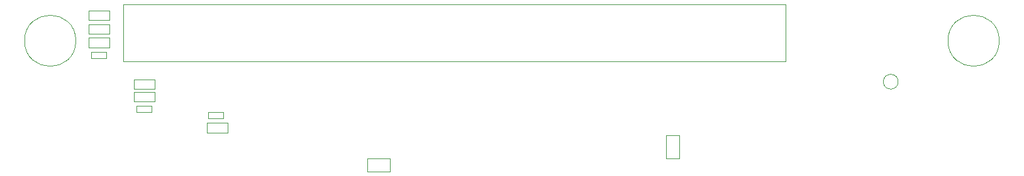
<source format=gbr>
G04 #@! TF.GenerationSoftware,KiCad,Pcbnew,(5.1.5)-3*
G04 #@! TF.CreationDate,2021-02-17T14:45:42+01:00*
G04 #@! TF.ProjectId,riser leopard 1OU,72697365-7220-46c6-956f-706172642031,rev?*
G04 #@! TF.SameCoordinates,PX4a62f80PY5f5e100*
G04 #@! TF.FileFunction,Other,User*
%FSLAX46Y46*%
G04 Gerber Fmt 4.6, Leading zero omitted, Abs format (unit mm)*
G04 Created by KiCad (PCBNEW (5.1.5)-3) date 2021-02-17 14:45:42*
%MOMM*%
%LPD*%
G04 APERTURE LIST*
%ADD10C,0.100000*%
%ADD11C,0.050000*%
G04 APERTURE END LIST*
D10*
X99000000Y4890000D02*
X9800000Y4890000D01*
X99000000Y-2810000D02*
X99000000Y4890000D01*
X9800000Y-2810000D02*
X99000000Y-2810000D01*
X9800000Y4890000D02*
X9800000Y-2810000D01*
D11*
X42650420Y-15889600D02*
X45750420Y-15889600D01*
X42650420Y-15889600D02*
X42650420Y-17689600D01*
X45750420Y-17689600D02*
X45750420Y-15889600D01*
X45750420Y-17689600D02*
X42650420Y-17689600D01*
X82887840Y-15908880D02*
X82887840Y-12808880D01*
X82887840Y-15908880D02*
X84687840Y-15908880D01*
X84687840Y-12808880D02*
X82887840Y-12808880D01*
X84687840Y-12808880D02*
X84687840Y-15908880D01*
X11249300Y-5224900D02*
X14049300Y-5224900D01*
X11249300Y-5224900D02*
X11249300Y-6524900D01*
X14049300Y-6524900D02*
X14049300Y-5224900D01*
X14049300Y-6524900D02*
X11249300Y-6524900D01*
X14049300Y-8239400D02*
X11249300Y-8239400D01*
X14049300Y-8239400D02*
X14049300Y-6939400D01*
X11249300Y-6939400D02*
X11249300Y-8239400D01*
X11249300Y-6939400D02*
X14049300Y-6939400D01*
X11649300Y-8827700D02*
X13649300Y-8827700D01*
X11649300Y-8827700D02*
X11649300Y-9627700D01*
X13649300Y-9627700D02*
X13649300Y-8827700D01*
X13649300Y-9627700D02*
X11649300Y-9627700D01*
X23895100Y-12413000D02*
X21095100Y-12413000D01*
X23895100Y-12413000D02*
X23895100Y-11113000D01*
X21095100Y-11113000D02*
X21095100Y-12413000D01*
X21095100Y-11113000D02*
X23895100Y-11113000D01*
X21291900Y-9686600D02*
X23291900Y-9686600D01*
X21291900Y-9686600D02*
X21291900Y-10486600D01*
X23291900Y-10486600D02*
X23291900Y-9686600D01*
X23291900Y-10486600D02*
X21291900Y-10486600D01*
X5184280Y2233932D02*
X7984280Y2233932D01*
X5184280Y2233932D02*
X5184280Y933932D01*
X7984280Y933932D02*
X7984280Y2233932D01*
X7984280Y933932D02*
X5184280Y933932D01*
X7971580Y-904254D02*
X5171580Y-904254D01*
X7971580Y-904254D02*
X7971580Y395746D01*
X5171580Y395746D02*
X5171580Y-904254D01*
X5171580Y395746D02*
X7971580Y395746D01*
X7548720Y-2347440D02*
X5548720Y-2347440D01*
X7548720Y-2347440D02*
X7548720Y-1547440D01*
X5548720Y-1547440D02*
X5548720Y-2347440D01*
X5548720Y-1547440D02*
X7548720Y-1547440D01*
X127750000Y0D02*
G75*
G03X127750000Y0I-3450000J0D01*
G01*
X7984280Y2772120D02*
X5184280Y2772120D01*
X7984280Y2772120D02*
X7984280Y4072120D01*
X5184280Y4072120D02*
X5184280Y2772120D01*
X5184280Y4072120D02*
X7984280Y4072120D01*
X114142620Y-5534920D02*
G75*
G03X114142620Y-5534920I-1000000J0D01*
G01*
X3450000Y0D02*
G75*
G03X3450000Y0I-3450000J0D01*
G01*
M02*

</source>
